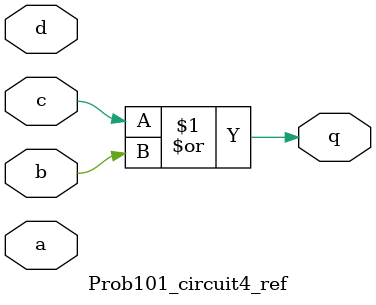
<source format=sv>

module Prob101_circuit4_ref (
  input a,
  input b,
  input c,
  input d,
  output q
);

  assign q = c | b;

endmodule


</source>
